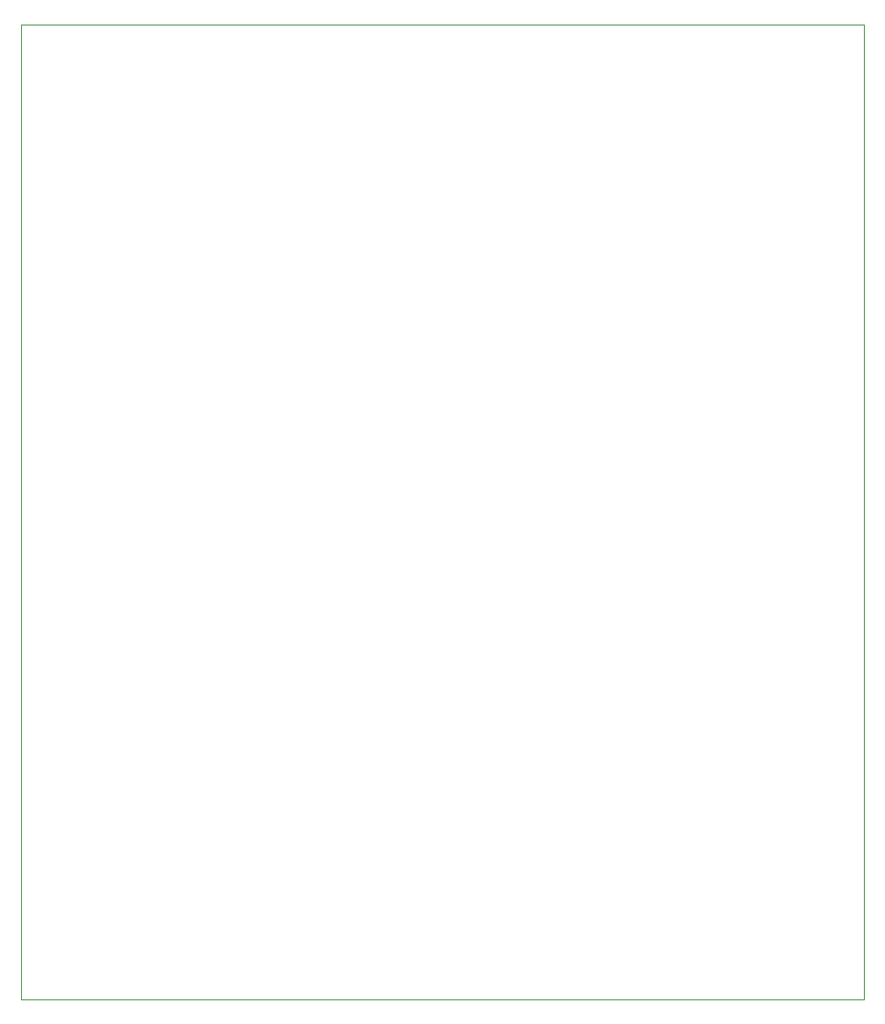
<source format=gbr>
%TF.GenerationSoftware,KiCad,Pcbnew,(5.1.8)-1*%
%TF.CreationDate,2023-06-16T08:46:23+03:00*%
%TF.ProjectId,MUX16bit,4d555831-3662-4697-942e-6b696361645f,rev?*%
%TF.SameCoordinates,Original*%
%TF.FileFunction,Profile,NP*%
%FSLAX46Y46*%
G04 Gerber Fmt 4.6, Leading zero omitted, Abs format (unit mm)*
G04 Created by KiCad (PCBNEW (5.1.8)-1) date 2023-06-16 08:46:23*
%MOMM*%
%LPD*%
G01*
G04 APERTURE LIST*
%TA.AperFunction,Profile*%
%ADD10C,0.050000*%
%TD*%
G04 APERTURE END LIST*
D10*
X81280000Y-116840000D02*
X81280000Y-22860000D01*
X162560000Y-116840000D02*
X81280000Y-116840000D01*
X162560000Y-22860000D02*
X162560000Y-116840000D01*
X81280000Y-22860000D02*
X162560000Y-22860000D01*
M02*

</source>
